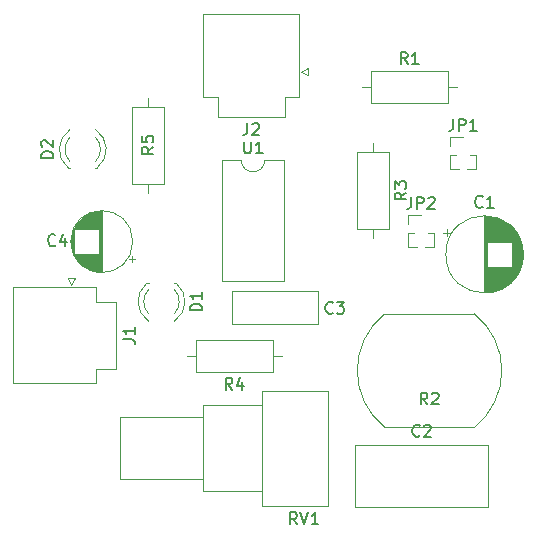
<source format=gto>
G04 #@! TF.GenerationSoftware,KiCad,Pcbnew,(5.1.2)-1*
G04 #@! TF.CreationDate,2019-06-20T14:25:27-05:00*
G04 #@! TF.ProjectId,montaje,6d6f6e74-616a-4652-9e6b-696361645f70,rev?*
G04 #@! TF.SameCoordinates,Original*
G04 #@! TF.FileFunction,Legend,Top*
G04 #@! TF.FilePolarity,Positive*
%FSLAX46Y46*%
G04 Gerber Fmt 4.6, Leading zero omitted, Abs format (unit mm)*
G04 Created by KiCad (PCBNEW (5.1.2)-1) date 2019-06-20 14:25:27*
%MOMM*%
%LPD*%
G04 APERTURE LIST*
%ADD10C,0.120000*%
%ADD11C,0.150000*%
G04 APERTURE END LIST*
D10*
X172830000Y-87570000D02*
X171180000Y-87570000D01*
X172830000Y-97850000D02*
X172830000Y-87570000D01*
X167530000Y-97850000D02*
X172830000Y-97850000D01*
X167530000Y-87570000D02*
X167530000Y-97850000D01*
X169180000Y-87570000D02*
X167530000Y-87570000D01*
X171180000Y-87570000D02*
G75*
G02X169180000Y-87570000I-1000000J0D01*
G01*
X190091000Y-111680000D02*
X190091000Y-116920000D01*
X178851000Y-111680000D02*
X178851000Y-116920000D01*
X178851000Y-116920000D02*
X190091000Y-116920000D01*
X178851000Y-111680000D02*
X190091000Y-111680000D01*
X176569000Y-116844000D02*
X170928000Y-116844000D01*
X176569000Y-107104000D02*
X170928000Y-107104000D01*
X176569000Y-116844000D02*
X176569000Y-107104000D01*
X170928000Y-116844000D02*
X170928000Y-107104000D01*
X170928000Y-115594000D02*
X165928000Y-115594000D01*
X170928000Y-108354000D02*
X165928000Y-108354000D01*
X170928000Y-115594000D02*
X170928000Y-108354000D01*
X165928000Y-115594000D02*
X165928000Y-108354000D01*
X165928000Y-114594000D02*
X158928000Y-114594000D01*
X165928000Y-109354000D02*
X158928000Y-109354000D01*
X165928000Y-114594000D02*
X165928000Y-109354000D01*
X158928000Y-114594000D02*
X158928000Y-109354000D01*
X161290000Y-82320000D02*
X161290000Y-83090000D01*
X161290000Y-90400000D02*
X161290000Y-89630000D01*
X159920000Y-83090000D02*
X159920000Y-89630000D01*
X162660000Y-83090000D02*
X159920000Y-83090000D01*
X162660000Y-89630000D02*
X162660000Y-83090000D01*
X159920000Y-89630000D02*
X162660000Y-89630000D01*
X164552500Y-104203500D02*
X165322500Y-104203500D01*
X172632500Y-104203500D02*
X171862500Y-104203500D01*
X165322500Y-105573500D02*
X171862500Y-105573500D01*
X165322500Y-102833500D02*
X165322500Y-105573500D01*
X171862500Y-102833500D02*
X165322500Y-102833500D01*
X171862500Y-105573500D02*
X171862500Y-102833500D01*
X180340000Y-94210000D02*
X180340000Y-93440000D01*
X180340000Y-86130000D02*
X180340000Y-86900000D01*
X181710000Y-93440000D02*
X181710000Y-86900000D01*
X178970000Y-93440000D02*
X181710000Y-93440000D01*
X178970000Y-86900000D02*
X178970000Y-93440000D01*
X181710000Y-86900000D02*
X178970000Y-86900000D01*
X188952162Y-110192371D02*
G75*
G03X188930000Y-100610000I-3822162J4782371D01*
G01*
X181307838Y-100627629D02*
G75*
G03X181330000Y-110210000I3822162J-4782371D01*
G01*
X188930000Y-110210000D02*
X181330000Y-110210000D01*
X181330000Y-100610000D02*
X188930000Y-100610000D01*
X187478800Y-81381600D02*
X186708800Y-81381600D01*
X179398800Y-81381600D02*
X180168800Y-81381600D01*
X186708800Y-80011600D02*
X180168800Y-80011600D01*
X186708800Y-82751600D02*
X186708800Y-80011600D01*
X180168800Y-82751600D02*
X186708800Y-82751600D01*
X180168800Y-80011600D02*
X180168800Y-82751600D01*
X183294000Y-92204000D02*
X184404000Y-92204000D01*
X183294000Y-92964000D02*
X183294000Y-92204000D01*
X184967471Y-93724000D02*
X185514000Y-93724000D01*
X183294000Y-93724000D02*
X183840529Y-93724000D01*
X185514000Y-93724000D02*
X185514000Y-94929000D01*
X183294000Y-93724000D02*
X183294000Y-94929000D01*
X184711530Y-94929000D02*
X185514000Y-94929000D01*
X183294000Y-94929000D02*
X184096470Y-94929000D01*
X186850000Y-85600000D02*
X187960000Y-85600000D01*
X186850000Y-86360000D02*
X186850000Y-85600000D01*
X188523471Y-87120000D02*
X189070000Y-87120000D01*
X186850000Y-87120000D02*
X187396529Y-87120000D01*
X189070000Y-87120000D02*
X189070000Y-88325000D01*
X186850000Y-87120000D02*
X186850000Y-88325000D01*
X188267530Y-88325000D02*
X189070000Y-88325000D01*
X186850000Y-88325000D02*
X187652470Y-88325000D01*
X174868800Y-80411600D02*
X174268800Y-80111600D01*
X174868800Y-79811600D02*
X174868800Y-80411600D01*
X174268800Y-80111600D02*
X174868800Y-79811600D01*
X165988800Y-75201600D02*
X174068800Y-75201600D01*
X165988800Y-82221600D02*
X165988800Y-75201600D01*
X167188800Y-82221600D02*
X165988800Y-82221600D01*
X167188800Y-83921600D02*
X167188800Y-82221600D01*
X172868800Y-83921600D02*
X167188800Y-83921600D01*
X172868800Y-82221600D02*
X172868800Y-83921600D01*
X174068800Y-82221600D02*
X172868800Y-82221600D01*
X174068800Y-75201600D02*
X174068800Y-82221600D01*
X155113000Y-97574000D02*
X154813000Y-98174000D01*
X154513000Y-97574000D02*
X155113000Y-97574000D01*
X154813000Y-98174000D02*
X154513000Y-97574000D01*
X149903000Y-106454000D02*
X149903000Y-98374000D01*
X156923000Y-106454000D02*
X149903000Y-106454000D01*
X156923000Y-105254000D02*
X156923000Y-106454000D01*
X158623000Y-105254000D02*
X156923000Y-105254000D01*
X158623000Y-99574000D02*
X158623000Y-105254000D01*
X156923000Y-99574000D02*
X158623000Y-99574000D01*
X156923000Y-98374000D02*
X156923000Y-99574000D01*
X149903000Y-98374000D02*
X156923000Y-98374000D01*
X156845337Y-85636370D02*
G75*
G02X156845500Y-87718461I-1079837J-1041130D01*
G01*
X154685663Y-85636370D02*
G75*
G03X154685500Y-87718461I1079837J-1041130D01*
G01*
X156844108Y-85005165D02*
G75*
G02X157001016Y-88237500I-1078608J-1672335D01*
G01*
X154686892Y-85005165D02*
G75*
G03X154529984Y-88237500I1078608J-1672335D01*
G01*
X156845500Y-88237500D02*
X157001500Y-88237500D01*
X154529500Y-88237500D02*
X154685500Y-88237500D01*
X161353163Y-100609130D02*
G75*
G02X161353000Y-98527039I1079837J1041130D01*
G01*
X163512837Y-100609130D02*
G75*
G03X163513000Y-98527039I-1079837J1041130D01*
G01*
X161354392Y-101240335D02*
G75*
G02X161197484Y-98008000I1078608J1672335D01*
G01*
X163511608Y-101240335D02*
G75*
G03X163668516Y-98008000I-1078608J1672335D01*
G01*
X161353000Y-98008000D02*
X161197000Y-98008000D01*
X163669000Y-98008000D02*
X163513000Y-98008000D01*
X159927775Y-96213000D02*
X159927775Y-95713000D01*
X160177775Y-95963000D02*
X159677775Y-95963000D01*
X154772000Y-94772000D02*
X154772000Y-94204000D01*
X154812000Y-95006000D02*
X154812000Y-93970000D01*
X154852000Y-95165000D02*
X154852000Y-93811000D01*
X154892000Y-95293000D02*
X154892000Y-93683000D01*
X154932000Y-95403000D02*
X154932000Y-93573000D01*
X154972000Y-95499000D02*
X154972000Y-93477000D01*
X155012000Y-95586000D02*
X155012000Y-93390000D01*
X155052000Y-95666000D02*
X155052000Y-93310000D01*
X155092000Y-93448000D02*
X155092000Y-93237000D01*
X155092000Y-95739000D02*
X155092000Y-95528000D01*
X155132000Y-93448000D02*
X155132000Y-93169000D01*
X155132000Y-95807000D02*
X155132000Y-95528000D01*
X155172000Y-93448000D02*
X155172000Y-93105000D01*
X155172000Y-95871000D02*
X155172000Y-95528000D01*
X155212000Y-93448000D02*
X155212000Y-93045000D01*
X155212000Y-95931000D02*
X155212000Y-95528000D01*
X155252000Y-93448000D02*
X155252000Y-92988000D01*
X155252000Y-95988000D02*
X155252000Y-95528000D01*
X155292000Y-93448000D02*
X155292000Y-92934000D01*
X155292000Y-96042000D02*
X155292000Y-95528000D01*
X155332000Y-93448000D02*
X155332000Y-92883000D01*
X155332000Y-96093000D02*
X155332000Y-95528000D01*
X155372000Y-93448000D02*
X155372000Y-92835000D01*
X155372000Y-96141000D02*
X155372000Y-95528000D01*
X155412000Y-93448000D02*
X155412000Y-92789000D01*
X155412000Y-96187000D02*
X155412000Y-95528000D01*
X155452000Y-93448000D02*
X155452000Y-92745000D01*
X155452000Y-96231000D02*
X155452000Y-95528000D01*
X155492000Y-93448000D02*
X155492000Y-92703000D01*
X155492000Y-96273000D02*
X155492000Y-95528000D01*
X155532000Y-93448000D02*
X155532000Y-92662000D01*
X155532000Y-96314000D02*
X155532000Y-95528000D01*
X155572000Y-93448000D02*
X155572000Y-92624000D01*
X155572000Y-96352000D02*
X155572000Y-95528000D01*
X155612000Y-93448000D02*
X155612000Y-92587000D01*
X155612000Y-96389000D02*
X155612000Y-95528000D01*
X155652000Y-93448000D02*
X155652000Y-92551000D01*
X155652000Y-96425000D02*
X155652000Y-95528000D01*
X155692000Y-93448000D02*
X155692000Y-92517000D01*
X155692000Y-96459000D02*
X155692000Y-95528000D01*
X155732000Y-93448000D02*
X155732000Y-92484000D01*
X155732000Y-96492000D02*
X155732000Y-95528000D01*
X155772000Y-93448000D02*
X155772000Y-92453000D01*
X155772000Y-96523000D02*
X155772000Y-95528000D01*
X155812000Y-93448000D02*
X155812000Y-92423000D01*
X155812000Y-96553000D02*
X155812000Y-95528000D01*
X155852000Y-93448000D02*
X155852000Y-92393000D01*
X155852000Y-96583000D02*
X155852000Y-95528000D01*
X155892000Y-93448000D02*
X155892000Y-92366000D01*
X155892000Y-96610000D02*
X155892000Y-95528000D01*
X155932000Y-93448000D02*
X155932000Y-92339000D01*
X155932000Y-96637000D02*
X155932000Y-95528000D01*
X155972000Y-93448000D02*
X155972000Y-92313000D01*
X155972000Y-96663000D02*
X155972000Y-95528000D01*
X156012000Y-93448000D02*
X156012000Y-92288000D01*
X156012000Y-96688000D02*
X156012000Y-95528000D01*
X156052000Y-93448000D02*
X156052000Y-92264000D01*
X156052000Y-96712000D02*
X156052000Y-95528000D01*
X156092000Y-93448000D02*
X156092000Y-92241000D01*
X156092000Y-96735000D02*
X156092000Y-95528000D01*
X156132000Y-93448000D02*
X156132000Y-92220000D01*
X156132000Y-96756000D02*
X156132000Y-95528000D01*
X156172000Y-93448000D02*
X156172000Y-92198000D01*
X156172000Y-96778000D02*
X156172000Y-95528000D01*
X156212000Y-93448000D02*
X156212000Y-92178000D01*
X156212000Y-96798000D02*
X156212000Y-95528000D01*
X156252000Y-93448000D02*
X156252000Y-92159000D01*
X156252000Y-96817000D02*
X156252000Y-95528000D01*
X156292000Y-93448000D02*
X156292000Y-92140000D01*
X156292000Y-96836000D02*
X156292000Y-95528000D01*
X156332000Y-93448000D02*
X156332000Y-92123000D01*
X156332000Y-96853000D02*
X156332000Y-95528000D01*
X156372000Y-93448000D02*
X156372000Y-92106000D01*
X156372000Y-96870000D02*
X156372000Y-95528000D01*
X156412000Y-93448000D02*
X156412000Y-92090000D01*
X156412000Y-96886000D02*
X156412000Y-95528000D01*
X156452000Y-93448000D02*
X156452000Y-92074000D01*
X156452000Y-96902000D02*
X156452000Y-95528000D01*
X156492000Y-93448000D02*
X156492000Y-92060000D01*
X156492000Y-96916000D02*
X156492000Y-95528000D01*
X156532000Y-93448000D02*
X156532000Y-92046000D01*
X156532000Y-96930000D02*
X156532000Y-95528000D01*
X156572000Y-93448000D02*
X156572000Y-92033000D01*
X156572000Y-96943000D02*
X156572000Y-95528000D01*
X156612000Y-93448000D02*
X156612000Y-92020000D01*
X156612000Y-96956000D02*
X156612000Y-95528000D01*
X156652000Y-93448000D02*
X156652000Y-92008000D01*
X156652000Y-96968000D02*
X156652000Y-95528000D01*
X156693000Y-93448000D02*
X156693000Y-91997000D01*
X156693000Y-96979000D02*
X156693000Y-95528000D01*
X156733000Y-93448000D02*
X156733000Y-91987000D01*
X156733000Y-96989000D02*
X156733000Y-95528000D01*
X156773000Y-93448000D02*
X156773000Y-91977000D01*
X156773000Y-96999000D02*
X156773000Y-95528000D01*
X156813000Y-93448000D02*
X156813000Y-91968000D01*
X156813000Y-97008000D02*
X156813000Y-95528000D01*
X156853000Y-93448000D02*
X156853000Y-91960000D01*
X156853000Y-97016000D02*
X156853000Y-95528000D01*
X156893000Y-93448000D02*
X156893000Y-91952000D01*
X156893000Y-97024000D02*
X156893000Y-95528000D01*
X156933000Y-93448000D02*
X156933000Y-91945000D01*
X156933000Y-97031000D02*
X156933000Y-95528000D01*
X156973000Y-93448000D02*
X156973000Y-91938000D01*
X156973000Y-97038000D02*
X156973000Y-95528000D01*
X157013000Y-93448000D02*
X157013000Y-91932000D01*
X157013000Y-97044000D02*
X157013000Y-95528000D01*
X157053000Y-93448000D02*
X157053000Y-91927000D01*
X157053000Y-97049000D02*
X157053000Y-95528000D01*
X157093000Y-93448000D02*
X157093000Y-91923000D01*
X157093000Y-97053000D02*
X157093000Y-95528000D01*
X157133000Y-93448000D02*
X157133000Y-91919000D01*
X157133000Y-97057000D02*
X157133000Y-95528000D01*
X157173000Y-97061000D02*
X157173000Y-91915000D01*
X157213000Y-97064000D02*
X157213000Y-91912000D01*
X157253000Y-97066000D02*
X157253000Y-91910000D01*
X157293000Y-97067000D02*
X157293000Y-91909000D01*
X157333000Y-97068000D02*
X157333000Y-91908000D01*
X157373000Y-97068000D02*
X157373000Y-91908000D01*
X159993000Y-94488000D02*
G75*
G03X159993000Y-94488000I-2620000J0D01*
G01*
X175665000Y-101446000D02*
X168425000Y-101446000D01*
X175665000Y-98706000D02*
X168425000Y-98706000D01*
X175665000Y-101446000D02*
X175665000Y-98706000D01*
X168425000Y-101446000D02*
X168425000Y-98706000D01*
X186596259Y-93413500D02*
X186596259Y-94043500D01*
X186281259Y-93728500D02*
X186911259Y-93728500D01*
X193022500Y-95165500D02*
X193022500Y-95969500D01*
X192982500Y-94934500D02*
X192982500Y-96200500D01*
X192942500Y-94765500D02*
X192942500Y-96369500D01*
X192902500Y-94627500D02*
X192902500Y-96507500D01*
X192862500Y-94508500D02*
X192862500Y-96626500D01*
X192822500Y-94402500D02*
X192822500Y-96732500D01*
X192782500Y-94305500D02*
X192782500Y-96829500D01*
X192742500Y-94217500D02*
X192742500Y-96917500D01*
X192702500Y-94135500D02*
X192702500Y-96999500D01*
X192662500Y-94058500D02*
X192662500Y-97076500D01*
X192622500Y-93986500D02*
X192622500Y-97148500D01*
X192582500Y-93917500D02*
X192582500Y-97217500D01*
X192542500Y-93853500D02*
X192542500Y-97281500D01*
X192502500Y-93791500D02*
X192502500Y-97343500D01*
X192462500Y-93733500D02*
X192462500Y-97401500D01*
X192422500Y-93677500D02*
X192422500Y-97457500D01*
X192382500Y-93623500D02*
X192382500Y-97511500D01*
X192342500Y-93572500D02*
X192342500Y-97562500D01*
X192302500Y-93523500D02*
X192302500Y-97611500D01*
X192262500Y-93475500D02*
X192262500Y-97659500D01*
X192222500Y-93430500D02*
X192222500Y-97704500D01*
X192182500Y-93385500D02*
X192182500Y-97749500D01*
X192142500Y-93343500D02*
X192142500Y-97791500D01*
X192102500Y-93302500D02*
X192102500Y-97832500D01*
X192062500Y-96607500D02*
X192062500Y-97872500D01*
X192062500Y-93262500D02*
X192062500Y-94527500D01*
X192022500Y-96607500D02*
X192022500Y-97910500D01*
X192022500Y-93224500D02*
X192022500Y-94527500D01*
X191982500Y-96607500D02*
X191982500Y-97947500D01*
X191982500Y-93187500D02*
X191982500Y-94527500D01*
X191942500Y-96607500D02*
X191942500Y-97983500D01*
X191942500Y-93151500D02*
X191942500Y-94527500D01*
X191902500Y-96607500D02*
X191902500Y-98017500D01*
X191902500Y-93117500D02*
X191902500Y-94527500D01*
X191862500Y-96607500D02*
X191862500Y-98051500D01*
X191862500Y-93083500D02*
X191862500Y-94527500D01*
X191822500Y-96607500D02*
X191822500Y-98083500D01*
X191822500Y-93051500D02*
X191822500Y-94527500D01*
X191782500Y-96607500D02*
X191782500Y-98115500D01*
X191782500Y-93019500D02*
X191782500Y-94527500D01*
X191742500Y-96607500D02*
X191742500Y-98145500D01*
X191742500Y-92989500D02*
X191742500Y-94527500D01*
X191702500Y-96607500D02*
X191702500Y-98174500D01*
X191702500Y-92960500D02*
X191702500Y-94527500D01*
X191662500Y-96607500D02*
X191662500Y-98203500D01*
X191662500Y-92931500D02*
X191662500Y-94527500D01*
X191622500Y-96607500D02*
X191622500Y-98231500D01*
X191622500Y-92903500D02*
X191622500Y-94527500D01*
X191582500Y-96607500D02*
X191582500Y-98257500D01*
X191582500Y-92877500D02*
X191582500Y-94527500D01*
X191542500Y-96607500D02*
X191542500Y-98283500D01*
X191542500Y-92851500D02*
X191542500Y-94527500D01*
X191502500Y-96607500D02*
X191502500Y-98309500D01*
X191502500Y-92825500D02*
X191502500Y-94527500D01*
X191462500Y-96607500D02*
X191462500Y-98333500D01*
X191462500Y-92801500D02*
X191462500Y-94527500D01*
X191422500Y-96607500D02*
X191422500Y-98357500D01*
X191422500Y-92777500D02*
X191422500Y-94527500D01*
X191382500Y-96607500D02*
X191382500Y-98379500D01*
X191382500Y-92755500D02*
X191382500Y-94527500D01*
X191342500Y-96607500D02*
X191342500Y-98401500D01*
X191342500Y-92733500D02*
X191342500Y-94527500D01*
X191302500Y-96607500D02*
X191302500Y-98423500D01*
X191302500Y-92711500D02*
X191302500Y-94527500D01*
X191262500Y-96607500D02*
X191262500Y-98443500D01*
X191262500Y-92691500D02*
X191262500Y-94527500D01*
X191222500Y-96607500D02*
X191222500Y-98463500D01*
X191222500Y-92671500D02*
X191222500Y-94527500D01*
X191182500Y-96607500D02*
X191182500Y-98483500D01*
X191182500Y-92651500D02*
X191182500Y-94527500D01*
X191142500Y-96607500D02*
X191142500Y-98501500D01*
X191142500Y-92633500D02*
X191142500Y-94527500D01*
X191102500Y-96607500D02*
X191102500Y-98519500D01*
X191102500Y-92615500D02*
X191102500Y-94527500D01*
X191062500Y-96607500D02*
X191062500Y-98537500D01*
X191062500Y-92597500D02*
X191062500Y-94527500D01*
X191022500Y-96607500D02*
X191022500Y-98553500D01*
X191022500Y-92581500D02*
X191022500Y-94527500D01*
X190982500Y-96607500D02*
X190982500Y-98569500D01*
X190982500Y-92565500D02*
X190982500Y-94527500D01*
X190942500Y-96607500D02*
X190942500Y-98585500D01*
X190942500Y-92549500D02*
X190942500Y-94527500D01*
X190902500Y-96607500D02*
X190902500Y-98600500D01*
X190902500Y-92534500D02*
X190902500Y-94527500D01*
X190862500Y-96607500D02*
X190862500Y-98614500D01*
X190862500Y-92520500D02*
X190862500Y-94527500D01*
X190822500Y-96607500D02*
X190822500Y-98628500D01*
X190822500Y-92506500D02*
X190822500Y-94527500D01*
X190782500Y-96607500D02*
X190782500Y-98641500D01*
X190782500Y-92493500D02*
X190782500Y-94527500D01*
X190742500Y-96607500D02*
X190742500Y-98653500D01*
X190742500Y-92481500D02*
X190742500Y-94527500D01*
X190702500Y-96607500D02*
X190702500Y-98665500D01*
X190702500Y-92469500D02*
X190702500Y-94527500D01*
X190662500Y-96607500D02*
X190662500Y-98677500D01*
X190662500Y-92457500D02*
X190662500Y-94527500D01*
X190622500Y-96607500D02*
X190622500Y-98688500D01*
X190622500Y-92446500D02*
X190622500Y-94527500D01*
X190582500Y-96607500D02*
X190582500Y-98698500D01*
X190582500Y-92436500D02*
X190582500Y-94527500D01*
X190542500Y-96607500D02*
X190542500Y-98708500D01*
X190542500Y-92426500D02*
X190542500Y-94527500D01*
X190502500Y-96607500D02*
X190502500Y-98717500D01*
X190502500Y-92417500D02*
X190502500Y-94527500D01*
X190461500Y-96607500D02*
X190461500Y-98726500D01*
X190461500Y-92408500D02*
X190461500Y-94527500D01*
X190421500Y-96607500D02*
X190421500Y-98734500D01*
X190421500Y-92400500D02*
X190421500Y-94527500D01*
X190381500Y-96607500D02*
X190381500Y-98742500D01*
X190381500Y-92392500D02*
X190381500Y-94527500D01*
X190341500Y-96607500D02*
X190341500Y-98749500D01*
X190341500Y-92385500D02*
X190341500Y-94527500D01*
X190301500Y-96607500D02*
X190301500Y-98756500D01*
X190301500Y-92378500D02*
X190301500Y-94527500D01*
X190261500Y-96607500D02*
X190261500Y-98762500D01*
X190261500Y-92372500D02*
X190261500Y-94527500D01*
X190221500Y-96607500D02*
X190221500Y-98768500D01*
X190221500Y-92366500D02*
X190221500Y-94527500D01*
X190181500Y-96607500D02*
X190181500Y-98773500D01*
X190181500Y-92361500D02*
X190181500Y-94527500D01*
X190141500Y-96607500D02*
X190141500Y-98778500D01*
X190141500Y-92356500D02*
X190141500Y-94527500D01*
X190101500Y-96607500D02*
X190101500Y-98782500D01*
X190101500Y-92352500D02*
X190101500Y-94527500D01*
X190061500Y-96607500D02*
X190061500Y-98785500D01*
X190061500Y-92349500D02*
X190061500Y-94527500D01*
X190021500Y-96607500D02*
X190021500Y-98789500D01*
X190021500Y-92345500D02*
X190021500Y-94527500D01*
X189981500Y-92343500D02*
X189981500Y-98791500D01*
X189941500Y-92340500D02*
X189941500Y-98794500D01*
X189901500Y-92339500D02*
X189901500Y-98795500D01*
X189861500Y-92337500D02*
X189861500Y-98797500D01*
X189821500Y-92337500D02*
X189821500Y-98797500D01*
X189781500Y-92337500D02*
X189781500Y-98797500D01*
X193051500Y-95567500D02*
G75*
G03X193051500Y-95567500I-3270000J0D01*
G01*
D11*
X169418095Y-86022380D02*
X169418095Y-86831904D01*
X169465714Y-86927142D01*
X169513333Y-86974761D01*
X169608571Y-87022380D01*
X169799047Y-87022380D01*
X169894285Y-86974761D01*
X169941904Y-86927142D01*
X169989523Y-86831904D01*
X169989523Y-86022380D01*
X170989523Y-87022380D02*
X170418095Y-87022380D01*
X170703809Y-87022380D02*
X170703809Y-86022380D01*
X170608571Y-86165238D01*
X170513333Y-86260476D01*
X170418095Y-86308095D01*
X184304333Y-110907142D02*
X184256714Y-110954761D01*
X184113857Y-111002380D01*
X184018619Y-111002380D01*
X183875761Y-110954761D01*
X183780523Y-110859523D01*
X183732904Y-110764285D01*
X183685285Y-110573809D01*
X183685285Y-110430952D01*
X183732904Y-110240476D01*
X183780523Y-110145238D01*
X183875761Y-110050000D01*
X184018619Y-110002380D01*
X184113857Y-110002380D01*
X184256714Y-110050000D01*
X184304333Y-110097619D01*
X184685285Y-110097619D02*
X184732904Y-110050000D01*
X184828142Y-110002380D01*
X185066238Y-110002380D01*
X185161476Y-110050000D01*
X185209095Y-110097619D01*
X185256714Y-110192857D01*
X185256714Y-110288095D01*
X185209095Y-110430952D01*
X184637666Y-111002380D01*
X185256714Y-111002380D01*
X173902761Y-118426380D02*
X173569428Y-117950190D01*
X173331333Y-118426380D02*
X173331333Y-117426380D01*
X173712285Y-117426380D01*
X173807523Y-117474000D01*
X173855142Y-117521619D01*
X173902761Y-117616857D01*
X173902761Y-117759714D01*
X173855142Y-117854952D01*
X173807523Y-117902571D01*
X173712285Y-117950190D01*
X173331333Y-117950190D01*
X174188476Y-117426380D02*
X174521809Y-118426380D01*
X174855142Y-117426380D01*
X175712285Y-118426380D02*
X175140857Y-118426380D01*
X175426571Y-118426380D02*
X175426571Y-117426380D01*
X175331333Y-117569238D01*
X175236095Y-117664476D01*
X175140857Y-117712095D01*
X161742380Y-86463166D02*
X161266190Y-86796500D01*
X161742380Y-87034595D02*
X160742380Y-87034595D01*
X160742380Y-86653642D01*
X160790000Y-86558404D01*
X160837619Y-86510785D01*
X160932857Y-86463166D01*
X161075714Y-86463166D01*
X161170952Y-86510785D01*
X161218571Y-86558404D01*
X161266190Y-86653642D01*
X161266190Y-87034595D01*
X160742380Y-85558404D02*
X160742380Y-86034595D01*
X161218571Y-86082214D01*
X161170952Y-86034595D01*
X161123333Y-85939357D01*
X161123333Y-85701261D01*
X161170952Y-85606023D01*
X161218571Y-85558404D01*
X161313809Y-85510785D01*
X161551904Y-85510785D01*
X161647142Y-85558404D01*
X161694761Y-85606023D01*
X161742380Y-85701261D01*
X161742380Y-85939357D01*
X161694761Y-86034595D01*
X161647142Y-86082214D01*
X168425833Y-107025880D02*
X168092500Y-106549690D01*
X167854404Y-107025880D02*
X167854404Y-106025880D01*
X168235357Y-106025880D01*
X168330595Y-106073500D01*
X168378214Y-106121119D01*
X168425833Y-106216357D01*
X168425833Y-106359214D01*
X168378214Y-106454452D01*
X168330595Y-106502071D01*
X168235357Y-106549690D01*
X167854404Y-106549690D01*
X169282976Y-106359214D02*
X169282976Y-107025880D01*
X169044880Y-105978261D02*
X168806785Y-106692547D01*
X169425833Y-106692547D01*
X183162380Y-90336666D02*
X182686190Y-90670000D01*
X183162380Y-90908095D02*
X182162380Y-90908095D01*
X182162380Y-90527142D01*
X182210000Y-90431904D01*
X182257619Y-90384285D01*
X182352857Y-90336666D01*
X182495714Y-90336666D01*
X182590952Y-90384285D01*
X182638571Y-90431904D01*
X182686190Y-90527142D01*
X182686190Y-90908095D01*
X182162380Y-90003333D02*
X182162380Y-89384285D01*
X182543333Y-89717619D01*
X182543333Y-89574761D01*
X182590952Y-89479523D01*
X182638571Y-89431904D01*
X182733809Y-89384285D01*
X182971904Y-89384285D01*
X183067142Y-89431904D01*
X183114761Y-89479523D01*
X183162380Y-89574761D01*
X183162380Y-89860476D01*
X183114761Y-89955714D01*
X183067142Y-90003333D01*
X184935833Y-108275380D02*
X184602500Y-107799190D01*
X184364404Y-108275380D02*
X184364404Y-107275380D01*
X184745357Y-107275380D01*
X184840595Y-107323000D01*
X184888214Y-107370619D01*
X184935833Y-107465857D01*
X184935833Y-107608714D01*
X184888214Y-107703952D01*
X184840595Y-107751571D01*
X184745357Y-107799190D01*
X184364404Y-107799190D01*
X185316785Y-107370619D02*
X185364404Y-107323000D01*
X185459642Y-107275380D01*
X185697738Y-107275380D01*
X185792976Y-107323000D01*
X185840595Y-107370619D01*
X185888214Y-107465857D01*
X185888214Y-107561095D01*
X185840595Y-107703952D01*
X185269166Y-108275380D01*
X185888214Y-108275380D01*
X183272133Y-79463980D02*
X182938800Y-78987790D01*
X182700704Y-79463980D02*
X182700704Y-78463980D01*
X183081657Y-78463980D01*
X183176895Y-78511600D01*
X183224514Y-78559219D01*
X183272133Y-78654457D01*
X183272133Y-78797314D01*
X183224514Y-78892552D01*
X183176895Y-78940171D01*
X183081657Y-78987790D01*
X182700704Y-78987790D01*
X184224514Y-79463980D02*
X183653085Y-79463980D01*
X183938800Y-79463980D02*
X183938800Y-78463980D01*
X183843561Y-78606838D01*
X183748323Y-78702076D01*
X183653085Y-78749695D01*
X183570666Y-90721380D02*
X183570666Y-91435666D01*
X183523047Y-91578523D01*
X183427809Y-91673761D01*
X183284952Y-91721380D01*
X183189714Y-91721380D01*
X184046857Y-91721380D02*
X184046857Y-90721380D01*
X184427809Y-90721380D01*
X184523047Y-90769000D01*
X184570666Y-90816619D01*
X184618285Y-90911857D01*
X184618285Y-91054714D01*
X184570666Y-91149952D01*
X184523047Y-91197571D01*
X184427809Y-91245190D01*
X184046857Y-91245190D01*
X184999238Y-90816619D02*
X185046857Y-90769000D01*
X185142095Y-90721380D01*
X185380190Y-90721380D01*
X185475428Y-90769000D01*
X185523047Y-90816619D01*
X185570666Y-90911857D01*
X185570666Y-91007095D01*
X185523047Y-91149952D01*
X184951619Y-91721380D01*
X185570666Y-91721380D01*
X187126666Y-84117380D02*
X187126666Y-84831666D01*
X187079047Y-84974523D01*
X186983809Y-85069761D01*
X186840952Y-85117380D01*
X186745714Y-85117380D01*
X187602857Y-85117380D02*
X187602857Y-84117380D01*
X187983809Y-84117380D01*
X188079047Y-84165000D01*
X188126666Y-84212619D01*
X188174285Y-84307857D01*
X188174285Y-84450714D01*
X188126666Y-84545952D01*
X188079047Y-84593571D01*
X187983809Y-84641190D01*
X187602857Y-84641190D01*
X189126666Y-85117380D02*
X188555238Y-85117380D01*
X188840952Y-85117380D02*
X188840952Y-84117380D01*
X188745714Y-84260238D01*
X188650476Y-84355476D01*
X188555238Y-84403095D01*
X169695466Y-84463980D02*
X169695466Y-85178266D01*
X169647847Y-85321123D01*
X169552609Y-85416361D01*
X169409752Y-85463980D01*
X169314514Y-85463980D01*
X170124038Y-84559219D02*
X170171657Y-84511600D01*
X170266895Y-84463980D01*
X170504990Y-84463980D01*
X170600228Y-84511600D01*
X170647847Y-84559219D01*
X170695466Y-84654457D01*
X170695466Y-84749695D01*
X170647847Y-84892552D01*
X170076419Y-85463980D01*
X170695466Y-85463980D01*
X159165380Y-102747333D02*
X159879666Y-102747333D01*
X160022523Y-102794952D01*
X160117761Y-102890190D01*
X160165380Y-103033047D01*
X160165380Y-103128285D01*
X160165380Y-101747333D02*
X160165380Y-102318761D01*
X160165380Y-102033047D02*
X159165380Y-102033047D01*
X159308238Y-102128285D01*
X159403476Y-102223523D01*
X159451095Y-102318761D01*
X153257880Y-87415595D02*
X152257880Y-87415595D01*
X152257880Y-87177500D01*
X152305500Y-87034642D01*
X152400738Y-86939404D01*
X152495976Y-86891785D01*
X152686452Y-86844166D01*
X152829309Y-86844166D01*
X153019785Y-86891785D01*
X153115023Y-86939404D01*
X153210261Y-87034642D01*
X153257880Y-87177500D01*
X153257880Y-87415595D01*
X152353119Y-86463214D02*
X152305500Y-86415595D01*
X152257880Y-86320357D01*
X152257880Y-86082261D01*
X152305500Y-85987023D01*
X152353119Y-85939404D01*
X152448357Y-85891785D01*
X152543595Y-85891785D01*
X152686452Y-85939404D01*
X153257880Y-86510833D01*
X153257880Y-85891785D01*
X165845380Y-100306095D02*
X164845380Y-100306095D01*
X164845380Y-100068000D01*
X164893000Y-99925142D01*
X164988238Y-99829904D01*
X165083476Y-99782285D01*
X165273952Y-99734666D01*
X165416809Y-99734666D01*
X165607285Y-99782285D01*
X165702523Y-99829904D01*
X165797761Y-99925142D01*
X165845380Y-100068000D01*
X165845380Y-100306095D01*
X165845380Y-98782285D02*
X165845380Y-99353714D01*
X165845380Y-99068000D02*
X164845380Y-99068000D01*
X164988238Y-99163238D01*
X165083476Y-99258476D01*
X165131095Y-99353714D01*
X153439833Y-94781642D02*
X153392214Y-94829261D01*
X153249357Y-94876880D01*
X153154119Y-94876880D01*
X153011261Y-94829261D01*
X152916023Y-94734023D01*
X152868404Y-94638785D01*
X152820785Y-94448309D01*
X152820785Y-94305452D01*
X152868404Y-94114976D01*
X152916023Y-94019738D01*
X153011261Y-93924500D01*
X153154119Y-93876880D01*
X153249357Y-93876880D01*
X153392214Y-93924500D01*
X153439833Y-93972119D01*
X154296976Y-94210214D02*
X154296976Y-94876880D01*
X154058880Y-93829261D02*
X153820785Y-94543547D01*
X154439833Y-94543547D01*
X176934833Y-100496642D02*
X176887214Y-100544261D01*
X176744357Y-100591880D01*
X176649119Y-100591880D01*
X176506261Y-100544261D01*
X176411023Y-100449023D01*
X176363404Y-100353785D01*
X176315785Y-100163309D01*
X176315785Y-100020452D01*
X176363404Y-99829976D01*
X176411023Y-99734738D01*
X176506261Y-99639500D01*
X176649119Y-99591880D01*
X176744357Y-99591880D01*
X176887214Y-99639500D01*
X176934833Y-99687119D01*
X177268166Y-99591880D02*
X177887214Y-99591880D01*
X177553880Y-99972833D01*
X177696738Y-99972833D01*
X177791976Y-100020452D01*
X177839595Y-100068071D01*
X177887214Y-100163309D01*
X177887214Y-100401404D01*
X177839595Y-100496642D01*
X177791976Y-100544261D01*
X177696738Y-100591880D01*
X177411023Y-100591880D01*
X177315785Y-100544261D01*
X177268166Y-100496642D01*
X189614833Y-91524642D02*
X189567214Y-91572261D01*
X189424357Y-91619880D01*
X189329119Y-91619880D01*
X189186261Y-91572261D01*
X189091023Y-91477023D01*
X189043404Y-91381785D01*
X188995785Y-91191309D01*
X188995785Y-91048452D01*
X189043404Y-90857976D01*
X189091023Y-90762738D01*
X189186261Y-90667500D01*
X189329119Y-90619880D01*
X189424357Y-90619880D01*
X189567214Y-90667500D01*
X189614833Y-90715119D01*
X190567214Y-91619880D02*
X189995785Y-91619880D01*
X190281500Y-91619880D02*
X190281500Y-90619880D01*
X190186261Y-90762738D01*
X190091023Y-90857976D01*
X189995785Y-90905595D01*
M02*

</source>
